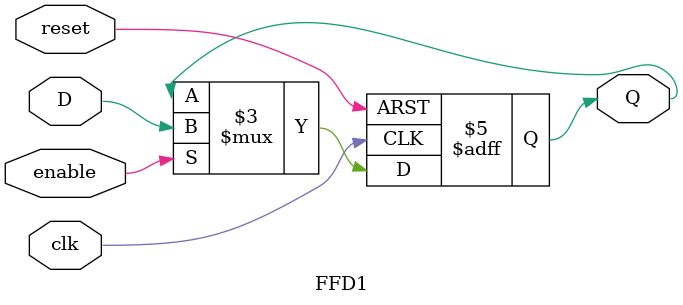
<source format=v>
/*module Fetch(input clk, reset, enabled, input [7:0] D, output reg[3:0]Q1,Q2);

    always @ (posedge clk, posedge reset)
    begin
        if (reset)
            Q1 <= 4'b0000;
        //   Q2 <= 4'b0000;
        else if (enabled)
            Q1 <= D[7:4];
          //  Q2 <= D[3:0];
    end
endmodule
*/

module Fetch(input wire clk,
             input wire reset,
             input wire enable,
             input wire [7:0] D,
             output wire [3:0] instr,
             output wire [3:0] oprnd);

  FFD1 U1(clk, reset, enable, D[7], instr[3]);
  FFD1 U2(clk, reset, enable, D[6], instr[2]);
  FFD1 U3(clk, reset, enable, D[5], instr[1]);
  FFD1 U4(clk, reset, enable, D[4], instr[0]);

  FFD1 U5(clk, reset, enable, D[3], oprnd[3]);
  FFD1 U6(clk, reset, enable, D[2], oprnd[2]);
  FFD1 U7(clk, reset, enable, D[1], oprnd[1]);
  FFD1 U8(clk, reset, enable, D[0], oprnd[0]);

endmodule
module FFD1(input wire clk,
           input wire reset,
           input wire enable,
           input wire D,
           output reg Q);

  always @(posedge clk or posedge reset)
    begin
      if (reset) Q <= 1'b0;
      else if (enable) Q <= D;
      else Q <= Q;
    end

endmodule

</source>
